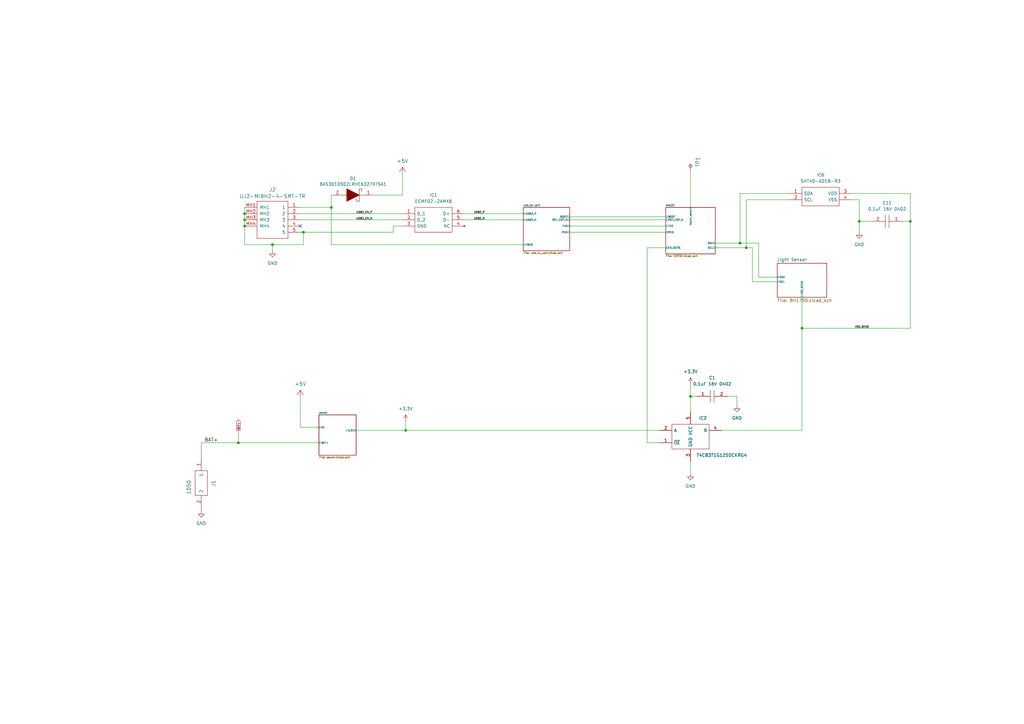
<source format=kicad_sch>
(kicad_sch (version 20211123) (generator eeschema)
  (paper "A3")
  (title_block (title "main") (date "2021-11-15") (rev "v2.0"))
  (lib_symbols
    (symbol "esp32_moisture-eagle-import:+5V" (power) (pin_names (offset 1.016))
      (property "Value" "+5V" (at -2.54 -5.08 90))
      (symbol "+5V_1_0"
        (polyline (pts (xy 0 0) (xy -1.27 -1.905)))
        (polyline (pts (xy 1.27 -1.905) (xy 0 0)))
        (pin power_in line (at 0 -2.54 90) (length 2.54) (name "+5V") (number "1"))
      )
    )
    (symbol "esp32_moisture-eagle-import:1050" (pin_names (offset 1.016))
      (property "Reference" "J" (at 16.51 7.62 0))
      (property "Value" "1050" (at 16.51 5.08 0))
      (symbol "1050_1_0"
        (polyline (pts (xy 5.08 2.54) (xy 5.08 -2.54)))
        (polyline (pts (xy 5.08 2.54) (xy 15.24 2.54)))
        (polyline (pts (xy 15.24 -2.54) (xy 5.08 -2.54)))
        (polyline (pts (xy 15.24 -2.54) (xy 15.24 2.54)))
        (pin bidirectional line (at 0 0 0) (length 5.08) (name "1") (number "1"))
        (pin bidirectional line (at 20.32 0 180) (length 5.08) (name "2") (number "2"))
      )
    )
    (symbol "esp32_moisture-eagle-import:FRAME_B_L" (pin_names (offset 1.016))
      (symbol "FRAME_B_L_2_0"
        (polyline (pts (xy 0 0) (xy 0 5.08)))
        (polyline (pts (xy 0 0) (xy 71.12 0)))
        (polyline (pts (xy 0 5.08) (xy 0 15.24)))
        (polyline (pts (xy 0 5.08) (xy 71.12 5.08)))
        (polyline (pts (xy 0 15.24) (xy 0 22.86)))
        (polyline (pts (xy 0 22.86) (xy 0 35.56)))
        (polyline (pts (xy 0 22.86) (xy 101.6 22.86)))
        (polyline (pts (xy 71.12 0) (xy 101.6 0)))
        (polyline (pts (xy 71.12 5.08) (xy 71.12 0)))
        (polyline (pts (xy 71.12 5.08) (xy 87.63 5.08)))
        (polyline (pts (xy 87.63 5.08) (xy 101.6 5.08)))
        (polyline (pts (xy 87.63 15.24) (xy 0 15.24)))
        (polyline (pts (xy 87.63 15.24) (xy 87.63 5.08)))
        (polyline (pts (xy 101.6 5.08) (xy 101.6 0)))
        (polyline (pts (xy 101.6 15.24) (xy 87.63 15.24)))
        (polyline (pts (xy 101.6 15.24) (xy 101.6 5.08)))
        (polyline (pts (xy 101.6 22.86) (xy 101.6 15.24)))
        (polyline (pts (xy 101.6 35.56) (xy 0 35.56)))
        (polyline (pts (xy 101.6 35.56) (xy 101.6 22.86)))
        (text ">DRAWING_NAME" (at 17.78 19.05 0) (effects (font (size 2.159 2.159)) (justify left bottom)))
        (text ">LAST_DATE_TIME" (at 12.7 1.27 0) (effects (font (size 2.159 2.159)) (justify left bottom)))
        (text ">SHEET" (at 86.36 1.27 0) (effects (font (size 2.159 2.159)) (justify left bottom)))
        (text "Date:" (at 1.27 1.27 0) (effects (font (size 2.159 2.159)) (justify left bottom)))
        (text "Document Number:" (at 1.27 11.43 0) (effects (font (size 2.159 2.159)) (justify left bottom)))
        (text "REV:" (at 88.9 11.43 0) (effects (font (size 2.159 2.159)) (justify left bottom)))
        (text "Sheet:" (at 72.39 1.27 0) (effects (font (size 2.159 2.159)) (justify left bottom)))
        (text "TITLE:" (at 1.27 19.05 0) (effects (font (size 2.159 2.159)) (justify left bottom)))
      )
    )
    (symbol "esp32_moisture-eagle-import:TPTP15R" (pin_names (offset 1.016))
      (property "Reference" "TP" (at -1.27 1.27 0))
      (symbol "TPTP15R_1_0"
        (polyline (pts (xy -0.762 -0.762) (xy 0 0)))
        (polyline (pts (xy 0 -1.524) (xy -0.762 -0.762)))
        (polyline (pts (xy 0 0) (xy 0.762 -0.762)))
        (polyline (pts (xy 0.762 -0.762) (xy 0 -1.524)))
        (pin input line (at 0 -2.54 90) (length 2.54) (name "TP") (number "TP"))
      )
    )
    (symbol "esp32_moisture-eagle-import:UJ2-MIBH2-4-SMT-TR" (pin_names (offset 1.016))
      (property "Reference" "J" (at 19.05 7.62 0))
      (property "Value" "UJ2-MIBH2-4-SMT-TR" (at 19.05 5.08 0))
      (symbol "UJ2-MIBH2-4-SMT-TR_1_0"
        (polyline (pts (xy 5.08 2.54) (xy 5.08 -12.7)))
        (polyline (pts (xy 5.08 2.54) (xy 17.78 2.54)))
        (polyline (pts (xy 17.78 -12.7) (xy 5.08 -12.7)))
        (polyline (pts (xy 17.78 -12.7) (xy 17.78 2.54)))
        (pin bidirectional line (at 0 0 0) (length 5.08) (name "1") (number "1"))
        (pin bidirectional line (at 0 -2.54 0) (length 5.08) (name "2") (number "2"))
        (pin bidirectional line (at 0 -5.08 0) (length 5.08) (name "3") (number "3"))
        (pin bidirectional line (at 0 -7.62 0) (length 5.08) (name "4") (number "4"))
        (pin bidirectional line (at 0 -10.16 0) (length 5.08) (name "5") (number "5"))
        (pin bidirectional line (at 22.86 0 180) (length 5.08) (name "MH1") (number "MH1"))
        (pin bidirectional line (at 22.86 -2.54 180) (length 5.08) (name "MH2") (number "MH2"))
        (pin bidirectional line (at 22.86 -5.08 180) (length 5.08) (name "MH3") (number "MH3"))
        (pin bidirectional line (at 22.86 -7.62 180) (length 5.08) (name "MH4") (number "MH4"))
      )
    )
    (symbol "global_Library:BAS3010S02LRHE6327XTSA1" (pin_names (offset 0.762))
      (property "Reference" "D" (at 12.7 8.89 0))
      (property "Value" "global_Library_BAS3010S02LRHE6327XTSA1" (at 12.7 6.35 0))
      (symbol "BAS3010S02LRHE6327XTSA1_0_0"
        (pin passive line (at 2.54 0 0) (length 2.54) (name "~") (number "1"))
        (pin passive line (at 17.78 0 180) (length 2.54) (name "~") (number "2"))
      )
      (symbol "BAS3010S02LRHE6327XTSA1_0_1"
        (polyline (pts (xy 5.08 0) (xy 7.62 0)) (stroke (width 0.1524)))
        (polyline (pts (xy 7.62 2.54) (xy 7.62 -2.54)) (stroke (width 0.1524)))
        (polyline (pts (xy 12.7 0) (xy 15.24 0)) (stroke (width 0.1524)))
        (polyline (pts (xy 7.62 -2.54) (xy 6.604 -2.54) (xy 6.604 -1.524)) (stroke (width 0.1524)))
        (polyline (pts (xy 7.62 2.54) (xy 8.636 2.54) (xy 8.636 1.524)) (stroke (width 0.1524)))
        (polyline (pts (xy 7.62 0) (xy 12.7 2.54) (xy 12.7 -2.54) (xy 7.62 0)) (stroke (width 0.254)) (fill (type outline)))
      )
    )
    (symbol "my_bus_switch:74CB3T1G125DCKRG4" (pin_names (offset 0.762))
      (property "Reference" "IC" (at 21.59 7.62 0))
      (property "Value" "74CB3T1G125DCKRG4" (at 21.59 5.08 0))
      (symbol "74CB3T1G125DCKRG4_0_0"
        (pin passive line (at 0 -5.08 0) (length 5.08) (name "~{OE}") (number "1"))
        (pin passive line (at 0 0 0) (length 5.08) (name "A") (number "2"))
        (pin passive line (at 12.7 -12.7 90) (length 5.08) (name "GND") (number "3"))
        (pin passive line (at 25.4 0 180) (length 5.08) (name "B") (number "4"))
        (pin passive line (at 12.7 7.62 270) (length 5.08) (name "VCC") (number "5"))
      )
      (symbol "74CB3T1G125DCKRG4_0_1"
        (polyline (pts (xy 5.08 2.54) (xy 20.32 2.54) (xy 20.32 -7.62) (xy 5.08 -7.62) (xy 5.08 2.54)) (stroke (width 0.1524)))
      )
    )
    (symbol "my_cap:0.1uF 16V 0402" (pin_names (offset 0.762))
      (property "Reference" "C" (at 8.89 6.35 0))
      (property "Value" "0.1uF 16V 0402" (at 8.89 3.81 0))
      (symbol "0.1uF 16V 0402_0_0"
        (pin passive line (at 0 0 0) (length 5.08) (name "~") (number "1"))
        (pin passive line (at 12.7 0 180) (length 5.08) (name "~") (number "2"))
      )
      (symbol "0.1uF 16V 0402_0_1"
        (polyline (pts (xy 5.08 0) (xy 5.588 0)) (stroke (width 0.1524)))
        (polyline (pts (xy 5.588 2.54) (xy 5.588 -2.54)) (stroke (width 0.1524)))
        (polyline (pts (xy 7.112 0) (xy 7.62 0)) (stroke (width 0.1524)))
        (polyline (pts (xy 7.112 2.54) (xy 7.112 -2.54)) (stroke (width 0.1524)))
      )
    )
    (symbol "my_filter:ECMF02-2AMX6" (pin_names (offset 0.762))
      (property "Reference" "IC" (at 21.59 7.62 0))
      (property "Value" "ECMF02-2AMX6" (at 21.59 5.08 0))
      (symbol "ECMF02-2AMX6_0_0"
        (pin passive line (at 0 0 0) (length 5.08) (name "D_1") (number "1"))
        (pin passive line (at 0 -2.54 0) (length 5.08) (name "D_2") (number "2"))
        (pin passive line (at 0 -5.08 0) (length 5.08) (name "GND") (number "3"))
        (pin no_connect line (at 25.4 -5.08 180) (length 5.08) (name "NC") (number "4"))
        (pin passive line (at 25.4 -2.54 180) (length 5.08) (name "D-") (number "5"))
        (pin passive line (at 25.4 0 180) (length 5.08) (name "D+") (number "6"))
      )
      (symbol "ECMF02-2AMX6_0_1"
        (polyline (pts (xy 5.08 2.54) (xy 20.32 2.54) (xy 20.32 -7.62) (xy 5.08 -7.62) (xy 5.08 2.54)) (stroke (width 0.1524)))
      )
    )
    (symbol "my_sens:SHT40-AD1B-R3" (pin_names (offset 0.762))
      (property "Reference" "IC" (at 21.59 7.62 0))
      (property "Value" "SHT40-AD1B-R3" (at 21.59 5.08 0))
      (symbol "SHT40-AD1B-R3_0_0"
        (pin passive line (at 0 0 0) (length 5.08) (name "SDA") (number "1"))
        (pin passive line (at 0 -2.54 0) (length 5.08) (name "SCL") (number "2"))
        (pin passive line (at 25.4 0 180) (length 5.08) (name "VDD") (number "3"))
        (pin passive line (at 25.4 -2.54 180) (length 5.08) (name "VSS") (number "4"))
      )
      (symbol "SHT40-AD1B-R3_0_1"
        (polyline (pts (xy 5.08 2.54) (xy 20.32 2.54) (xy 20.32 -5.08) (xy 5.08 -5.08) (xy 5.08 2.54)) (stroke (width 0.1524)))
      )
    )
    (symbol "power:+3.3V" (power) (pin_names (offset 0))
      (property "Value" "+3.3V" (at 0 3.556 0))
      (symbol "+3.3V_0_1"
        (polyline (pts (xy -0.762 1.27) (xy 0 2.54)))
        (polyline (pts (xy 0 0) (xy 0 2.54)))
        (polyline (pts (xy 0 2.54) (xy 0.762 1.27)))
      )
      (symbol "+3.3V_1_1"
        (pin power_in line (at 0 0 90) (length 0) hide (name "+3.3V") (number "1"))
      )
    )
    (symbol "power:GND" (power) (pin_names (offset 0))
      (property "Value" "GND" (at 0 -3.81 0))
      (symbol "GND_0_1"
        (polyline (pts (xy 0 0) (xy 0 -1.27) (xy 1.27 -1.27) (xy 0 -2.54) (xy -1.27 -1.27) (xy 0 -1.27)))
      )
      (symbol "GND_1_1"
        (pin power_in line (at 0 0 270) (length 0) hide (name "GND") (number "1"))
      )
    )
  )
  (junction (at 306.07 101.6))
  (junction (at 373.38 90.805))
  (junction (at 97.79 181.61))
  (junction (at 100.33 90.17))
  (junction (at 124.46 95.25))
  (junction (at 166.37 176.53))
  (junction (at 283.21 162.56))
  (junction (at 100.33 87.63))
  (junction (at 328.93 134.62))
  (junction (at 100.33 92.71))
  (junction (at 135.89 85.09))
  (junction (at 352.425 90.805))
  (junction (at 111.76 100.33))
  (junction (at 303.53 99.695))
  (no_connect (at 123.19 92.71))
  (wire (pts (xy 135.89 80.01) (xy 137.16 80.01)))
  (wire (pts (xy 166.37 176.53) (xy 270.51 176.53)))
  (wire (pts (xy 161.29 92.71) (xy 165.1 92.71)))
  (wire (pts (xy 352.425 90.805) (xy 352.425 81.915)))
  (wire (pts (xy 328.93 134.62) (xy 328.93 176.53)))
  (wire (pts (xy 283.21 162.56) (xy 283.21 168.91)))
  (wire (pts (xy 295.91 176.53) (xy 328.93 176.53)))
  (wire (pts (xy 111.76 100.33) (xy 111.76 102.87)))
  (wire (pts (xy 124.46 95.25) (xy 124.46 100.33)))
  (wire (pts (xy 82.55 208.28) (xy 82.55 209.55)))
  (wire (pts (xy 100.33 87.63) (xy 100.33 85.09)))
  (wire (pts (xy 311.15 113.665) (xy 318.77 113.665)))
  (wire (pts (xy 352.425 90.805) (xy 352.425 95.25)))
  (wire (pts (xy 373.38 90.805) (xy 373.38 79.375)))
  (wire (pts (xy 100.33 100.33) (xy 100.33 92.71)))
  (wire (pts (xy 283.21 162.56) (xy 285.75 162.56)))
  (wire (pts (xy 124.46 95.25) (xy 161.29 95.25)))
  (wire (pts (xy 349.25 81.915) (xy 352.425 81.915)))
  (wire (pts (xy 303.53 79.375) (xy 323.85 79.375)))
  (wire (pts (xy 349.25 79.375) (xy 373.38 79.375)))
  (wire (pts (xy 97.79 181.61) (xy 130.81 181.61)))
  (wire (pts (xy 265.43 101.6) (xy 273.05 101.6)))
  (wire (pts (xy 283.21 157.48) (xy 283.21 162.56)))
  (wire (pts (xy 306.07 101.6) (xy 308.61 101.6)))
  (wire (pts (xy 357.505 90.805) (xy 352.425 90.805)))
  (wire (pts (xy 303.53 99.695) (xy 293.37 99.695)))
  (wire (pts (xy 135.89 85.09) (xy 135.89 100.33)))
  (wire (pts (xy 123.19 85.09) (xy 135.89 85.09)))
  (wire (pts (xy 311.15 99.695) (xy 303.53 99.695)))
  (wire (pts (xy 311.15 113.665) (xy 311.15 99.695)))
  (wire (pts (xy 293.37 101.6) (xy 306.07 101.6)))
  (wire (pts (xy 111.76 100.33) (xy 100.33 100.33)))
  (wire (pts (xy 233.68 90.17) (xy 273.05 90.17)))
  (wire (pts (xy 123.19 87.63) (xy 165.1 87.63)))
  (wire (pts (xy 190.5 90.17) (xy 214.63 90.17)))
  (wire (pts (xy 146.05 176.53) (xy 166.37 176.53)))
  (wire (pts (xy 161.29 95.25) (xy 161.29 92.71)))
  (wire (pts (xy 82.55 181.61) (xy 97.79 181.61)))
  (wire (pts (xy 152.4 80.01) (xy 165.1 80.01)))
  (wire (pts (xy 308.61 101.6) (xy 308.61 115.57)))
  (wire (pts (xy 165.1 80.01) (xy 165.1 71.12)))
  (wire (pts (xy 323.85 81.915) (xy 306.07 81.915)))
  (wire (pts (xy 233.68 88.9) (xy 273.05 88.9)))
  (wire (pts (xy 100.33 92.71) (xy 100.33 90.17)))
  (wire (pts (xy 123.19 175.26) (xy 130.81 175.26)))
  (wire (pts (xy 123.19 90.17) (xy 165.1 90.17)))
  (wire (pts (xy 135.89 85.09) (xy 135.89 80.01)))
  (wire (pts (xy 328.93 134.62) (xy 328.93 121.92)))
  (wire (pts (xy 233.68 95.25) (xy 273.05 95.25)))
  (wire (pts (xy 124.46 100.33) (xy 111.76 100.33)))
  (wire (pts (xy 100.33 90.17) (xy 100.33 87.63)))
  (wire (pts (xy 303.53 79.375) (xy 303.53 99.695)))
  (wire (pts (xy 82.55 181.61) (xy 82.55 187.96)))
  (wire (pts (xy 298.45 162.56) (xy 302.26 162.56)))
  (wire (pts (xy 233.68 92.71) (xy 273.05 92.71)))
  (wire (pts (xy 302.26 162.56) (xy 302.26 166.37)))
  (wire (pts (xy 123.19 95.25) (xy 124.46 95.25)))
  (wire (pts (xy 97.79 176.53) (xy 97.79 181.61)))
  (wire (pts (xy 308.61 115.57) (xy 318.77 115.57)))
  (wire (pts (xy 166.37 176.53) (xy 166.37 172.72)))
  (wire (pts (xy 190.5 87.63) (xy 214.63 87.63)))
  (wire (pts (xy 283.21 85.09) (xy 283.21 69.85)))
  (wire (pts (xy 123.19 162.56) (xy 123.19 175.26)))
  (wire (pts (xy 328.93 134.62) (xy 373.38 134.62)))
  (wire (pts (xy 370.205 90.805) (xy 373.38 90.805)))
  (wire (pts (xy 283.21 189.23) (xy 283.21 194.31)))
  (wire (pts (xy 306.07 81.915) (xy 306.07 101.6)))
  (wire (pts (xy 135.89 100.33) (xy 214.63 100.33)))
  (wire (pts (xy 373.38 134.62) (xy 373.38 90.805)))
  (wire (pts (xy 265.43 101.6) (xy 265.43 181.61)))
  (wire (pts (xy 265.43 181.61) (xy 270.51 181.61)))
  (label "USB2_CN_P" (at 146.05 87.63 0) (effects (font (size 0.762 0.762))))
  (label "USB2_P" (at 194.31 87.63 0) (effects (font (size 0.762 0.762))))
  (label "BAT+" (at 83.82 181.61 0) (effects (font (size 1.4224 1.4224))))
  (label "VDD_SENS" (at 350.52 134.62 0) (effects (font (size 0.762 0.762))))
  (label "USB2_CN_N" (at 146.05 90.17 0) (effects (font (size 0.762 0.762))))
  (label "USB2_N" (at 194.31 90.17 0) (effects (font (size 0.762 0.762))))
  (global_label "BAT+" (shape output) (at 97.79 176.53 90) (effects (font (size 0.762 0.762))) (property "Intersheet References" "${INTERSHEET_REFS}" (effects hide)))
  (symbol (lib_id "esp32_moisture-eagle-import:UJ2-MIBH2-4-SMT-TR") (at 123.19 85.09 0) (mirror y) (unit 1)
    (property "Reference" "J2" (at 111.76 77.8256 0) (effects (font (size 1.4986 1.4986))))
    (property "Value" "UJ2-MIBH2-4-SMT-TR" (at 111.76 80.4926 0) (effects (font (size 1.4986 1.4986))))
    (property "Footprint" "esp32_moisture:UJ2MIBH24SMTTR" (effects hide))
  )
  (symbol (lib_id "esp32_moisture-eagle-import:FRAME_B_L") (at 88.9 113.03 0) (unit 1)
    (property "Reference" "#FRAME1" (effects hide))
    (property "Value" "FRAME_B_L" (effects hide))
  )
  (symbol (lib_id "esp32_moisture-eagle-import:1050") (at 82.55 187.96 270) (unit 1)
    (property "Reference" "J1" (at 87.63 196.85 0) (effects (font (size 1.4986 1.4986)) (justify left)))
    (property "Value" "1050" (at 77.47 196.85 0) (effects (font (size 1.4986 1.4986)) (justify left)))
    (property "Footprint" "esp32_moisture:1050" (effects hide))
  )
  (symbol (lib_id "global_Library:BAS3010S02LRHE6327XTSA1") (at 154.94 80.01 180) (unit 1)
    (property "Reference" "D1" (at 144.78 73.2282 0))
    (property "Value" "BAS3010S02LRHE6327XTSA1" (at 144.78 75.5396 0))
    (property "Footprint" "BAS3010S02LRHE6327XTSA1" (effects hide))
    (property "Datasheet" "https://componentsearchengine.com/Datasheets/2/BAS3010S02LRHE6327XTSA1.pdf" (effects hide))
    (property "Description" "Schottky Diodes & Rectifiers Lw VF Schottky Diode" (effects hide))
    (property "Height" "0.4" (effects hide))
    (property "Manufacturer_Name" "Infineon" (effects hide))
    (property "Manufacturer_Part_Number" "BAS3010S02LRHE6327XTSA1" (effects hide))
    (property "Mouser Part Number" "726-3010S02LRHXTSA1" (effects hide))
    (property "Mouser Price/Stock" "https://www.mouser.co.uk/ProductDetail/Infineon-Technologies/BAS3010S02LRHE6327XTSA1?qs=K00xGehIljugyKIwqYK2hw%3D%3D" (effects hide))
    (property "Arrow Part Number" "BAS3010S02LRHE6327XTSA1" (effects hide))
    (property "Arrow Price/Stock" "https://www.arrow.com/en/products/bas3010s02lrhe6327xtsa1/infineon-technologies-ag?region=nac" (effects hide))
  )
  (symbol (lib_id "esp32_moisture-eagle-import:TPTP15R") (at 283.21 67.31 0) (unit 1)
    (property "Reference" "TP1" (at 287.02 68.58 90) (effects (font (size 1.4986 1.4986)) (justify left bottom)))
    (property "Value" "TPTP15R" (effects hide))
    (property "Footprint" "esp32_moisture:TP15R" (effects hide))
  )
  (symbol (lib_id "power:+3.3V") (at 283.21 157.48 0) (unit 1)
    (property "Reference" "#PWR04" (effects hide))
    (property "Value" "+3.3V" (at 283.21 152.4 0))
  )
  (symbol (lib_id "my_cap:0.1uF 16V 0402") (at 370.205 90.805 180) (unit 1)
    (property "Reference" "C11" (at 363.855 83.185 0))
    (property "Value" "0.1uF 16V 0402" (at 363.855 85.725 0))
    (property "Footprint" "C_0402_1005Metric" (effects hide))
    (property "Datasheet" "https://datasheet.datasheetarchive.com/originals/distributors/Datasheets_SAMA/ec4f1577dddcc7a13ddad897a28002d3.pdf" (effects hide))
    (property "Description" "Ceramic  SMT capacitor 100nF 16Vdc Murata 0402 GRM 100nF Ceramic Multilayer Capacitor, 16 V dc X7R Dielectric ??10%" (effects hide))
    (property "Height" "0.55" (effects hide))
    (property "Manufacturer_Name" "Murata Electronics" (effects hide))
    (property "Manufacturer_Part_Number" "GRM155R71C104KA88D" (effects hide))
    (property "Mouser Part Number" "N/A" (effects hide))
    (property "Arrow Part Number" "GRM155R71C104KA88D" (effects hide))
    (property "Arrow Price/Stock" "https://www.arrow.com/en/products/grm155r71c104ka88d/murata-manufacturing?region=nac" (effects hide))
  )
  (symbol (lib_id "power:GND") (at 302.26 166.37 0) (unit 1)
    (property "Reference" "#PWR06" (effects hide))
    (property "Value" "GND" (at 302.26 171.45 0))
  )
  (symbol (lib_id "power:+3.3V") (at 166.37 172.72 0) (unit 1)
    (property "Reference" "#PWR03" (effects hide))
    (property "Value" "+3.3V" (at 166.37 167.64 0))
  )
  (symbol (lib_id "esp32_moisture-eagle-import:+5V") (at 165.1 68.58 0) (unit 1)
    (property "Reference" "#P+02" (effects hide))
    (property "Value" "+5V" (at 165.1 66.04 0) (effects (font (size 1.4986 1.4986))))
  )
  (symbol (lib_id "my_cap:0.1uF 16V 0402") (at 285.75 162.56 0) (unit 1)
    (property "Reference" "C1" (at 292.1 154.94 0))
    (property "Value" "0.1uF 16V 0402" (at 292.1 157.48 0))
    (property "Footprint" "C_0402_1005Metric" (effects hide))
    (property "Datasheet" "https://datasheet.datasheetarchive.com/originals/distributors/Datasheets_SAMA/ec4f1577dddcc7a13ddad897a28002d3.pdf" (effects hide))
    (property "Description" "Ceramic  SMT capacitor 100nF 16Vdc Murata 0402 GRM 100nF Ceramic Multilayer Capacitor, 16 V dc X7R Dielectric ??10%" (effects hide))
    (property "Height" "0.55" (effects hide))
    (property "Manufacturer_Name" "Murata Electronics" (effects hide))
    (property "Manufacturer_Part_Number" "GRM155R71C104KA88D" (effects hide))
    (property "Mouser Part Number" "N/A" (effects hide))
    (property "Arrow Part Number" "GRM155R71C104KA88D" (effects hide))
    (property "Arrow Price/Stock" "https://www.arrow.com/en/products/grm155r71c104ka88d/murata-manufacturing?region=nac" (effects hide))
  )
  (symbol (lib_id "my_sens:SHT40-AD1B-R3") (at 323.85 79.375 0) (unit 1)
    (property "Reference" "IC6" (at 336.55 71.755 0))
    (property "Value" "SHT40-AD1B-R3" (at 336.55 74.295 0))
    (property "Footprint" "SHT40AD1BR3" (effects hide))
    (property "Datasheet" "https://www.arrow.com/en/products/sht40-ad1b-r3/sensirion-ag" (effects hide))
    (property "Description" "Humidity/Temperature Sensor Digital Serial (I2C) T/R" (effects hide))
    (property "Height" "0.59" (effects hide))
    (property "Manufacturer_Name" "Sensirion" (effects hide))
    (property "Manufacturer_Part_Number" "SHT40-AD1B-R3" (effects hide))
    (property "Mouser Part Number" "403-SHT40-AD1B-R3" (effects hide))
    (property "Mouser Price/Stock" "https://www.mouser.co.uk/ProductDetail/Sensirion/SHT40-AD1B-R3?qs=zW32dvEIR3sa7U6cFW6pBw%3D%3D" (effects hide))
    (property "Arrow Part Number" "SHT40-AD1B-R3" (effects hide))
    (property "Arrow Price/Stock" "https://www.arrow.com/en/products/sht40-ad1b-r3/sensirion-ag?region=nac" (effects hide))
  )
  (symbol (lib_id "my_bus_switch:74CB3T1G125DCKRG4") (at 270.51 176.53 0) (unit 1)
    (property "Reference" "IC2" (at 288.29 171.45 0))
    (property "Value" "74CB3T1G125DCKRG4" (at 295.91 186.69 0))
    (property "Footprint" "SOT65P210X110-5N" (effects hide))
    (property "Datasheet" "http://www.ti.com/general/docs/suppproductinfo.tsp?distId=10&gotoUrl=http%3A%2F%2Fwww.ti.com%2Flit%2Fgpn%2Fsn74cb3t1g125" (effects hide))
    (property "Description" "Digital Bus Switch ICs Single FET 2.5V/3.3V Lo-Vltg Bus Sw" (effects hide))
    (property "Height" "1.1" (effects hide))
    (property "Manufacturer_Name" "Texas Instruments" (effects hide))
    (property "Manufacturer_Part_Number" "74CB3T1G125DCKRG4" (effects hide))
    (property "Mouser Part Number" "595-CB3T1G125DCKRG4" (effects hide))
    (property "Mouser Price/Stock" "https://www.mouser.co.uk/ProductDetail/Texas-Instruments/74CB3T1G125DCKRG4?qs=iSMark9AYDU2ZzzPS5pVqA%3D%3D" (effects hide))
    (property "Arrow Part Number" "74CB3T1G125DCKRG4" (effects hide))
    (property "Arrow Price/Stock" "https://www.arrow.com/en/products/74cb3t1g125dckrg4/texas-instruments?region=nac" (effects hide))
  )
  (symbol (lib_id "power:GND") (at 283.21 194.31 0) (unit 1)
    (property "Reference" "#PWR05" (effects hide))
    (property "Value" "GND" (at 283.21 199.39 0))
  )
  (symbol (lib_id "power:GND") (at 352.425 95.25 0) (unit 1)
    (property "Reference" "#PWR023" (effects hide))
    (property "Value" "GND" (at 352.425 100.33 0))
  )
  (symbol (lib_id "my_filter:ECMF02-2AMX6") (at 165.1 87.63 0) (unit 1)
    (property "Reference" "IC1" (at 177.8 80.01 0))
    (property "Value" "ECMF02-2AMX6" (at 177.8 82.55 0))
    (property "Footprint" "SON50P150X170X55-6N-D" (effects hide))
    (property "Datasheet" "http://www.st.com/content/ccc/resource/technical/document/datasheet/3a/28/cf/d0/31/63/48/8c/CD00282307.pdf/files/CD00282307.pdf/jcr:content/translations/en.CD00282307.pdf" (effects hide))
    (property "Description" "Common Mode Filter & ESD Prot. USB uQFN6 STMicroelectronics ECMF02 Series, Signal Filter, 200mA uQFN SMD, Flat Contact Termination, 1.8 x 1.6 x 0.5mm" (effects hide))
    (property "Height" "0.55" (effects hide))
    (property "Manufacturer_Name" "STMicroelectronics" (effects hide))
    (property "Manufacturer_Part_Number" "ECMF02-2AMX6" (effects hide))
    (property "Mouser Part Number" "511-ECMF02-2AMX6" (effects hide))
    (property "Mouser Price/Stock" "https://www.mouser.co.uk/ProductDetail/STMicroelectronics/ECMF02-2AMX6?qs=raAh8RbVwI65u5gmT42%2Flg%3D%3D" (effects hide))
    (property "Arrow Part Number" "ECMF02-2AMX6" (effects hide))
    (property "Arrow Price/Stock" "https://www.arrow.com/en/products/ecmf02-2amx6/stmicroelectronics?region=nac" (effects hide))
  )
  (symbol (lib_id "power:GND") (at 111.76 102.87 0) (unit 1)
    (property "Reference" "#PWR02" (effects hide))
    (property "Value" "GND" (at 111.76 107.95 0))
  )
  (symbol (lib_id "esp32_moisture-eagle-import:+5V") (at 123.19 160.02 0) (unit 1)
    (property "Reference" "#P+01" (effects hide))
    (property "Value" "+5V" (at 123.19 157.48 0) (effects (font (size 1.4986 1.4986))))
  )
  (symbol (lib_id "power:GND") (at 82.55 209.55 0) (unit 1)
    (property "Reference" "#PWR01" (effects hide))
    (property "Value" "GND" (at 82.55 214.63 0))
  )
  (sheet (at 273.05 85.09) (size 20.32 19.05)
    (property "Sheet name" "esp32" (at 273.05 84.6197 0) (effects (font (size 0.7874 0.7874)) (justify left bottom)))
    (property "Sheet file" "ESP32.kicad_sch" (at 273.05 104.5316 0) (effects (font (size 0.7874 0.7874)) (justify left top)))
    (pin "TXD" input (at 273.05 92.71 180) (effects (font (size 0.762 0.762))))
    (pin "RXD" output (at 273.05 95.25 180) (effects (font (size 0.762 0.762))))
    (pin "touch_sens" input (at 283.21 85.09 90) (effects (font (size 0.762 0.762))))
    (pin "SCL" output (at 293.37 101.6 0) (effects (font (size 0.762 0.762))))
    (pin "SDA" bidirectional (at 293.37 99.695 0) (effects (font (size 0.762 0.762))))
    (pin "EN_SENS" output (at 273.05 101.6 180) (effects (font (size 0.762 0.762))))
    (pin "RST_ESP_N" input (at 273.05 90.17 180) (effects (font (size 0.762 0.762))))
    (pin "BOOT" input (at 273.05 88.9 180) (effects (font (size 0.762 0.762))))
  )
  (sheet (at 130.81 170.18) (size 15.24 16.51)
    (property "Sheet name" "power" (at 130.81 169.7097 0) (effects (font (size 0.7874 0.7874)) (justify left bottom)))
    (property "Sheet file" "power.kicad_sch" (at 130.81 187.0816 0) (effects (font (size 0.7874 0.7874)) (justify left top)))
    (pin "BAT+" input (at 130.81 181.61 180) (effects (font (size 0.762 0.762))))
    (pin "5V" input (at 130.81 175.26 180) (effects (font (size 0.762 0.762))))
    (pin "+3.3V" output (at 146.05 176.53 0) (effects (font (size 0.762 0.762))))
  )
  (sheet (at 214.63 85.09) (size 19.05 17.78)
    (property "Sheet name" "usb_to uart" (at 214.63 84.6197 0) (effects (font (size 0.7874 0.7874)) (justify left bottom)))
    (property "Sheet file" "usb_tu_uart.kicad_sch" (at 214.63 103.2616 0) (effects (font (size 0.7874 0.7874)) (justify left top)))
    (pin "VBUS" input (at 214.63 100.33 180) (effects (font (size 0.762 0.762))))
    (pin "USB2_N" bidirectional (at 214.63 90.17 180) (effects (font (size 0.762 0.762))))
    (pin "USB2_P" bidirectional (at 214.63 87.63 180) (effects (font (size 0.762 0.762))))
    (pin "TXD" output (at 233.68 92.71 0) (effects (font (size 0.762 0.762))))
    (pin "RXD" input (at 233.68 95.25 0) (effects (font (size 0.762 0.762))))
    (pin "BOOT" output (at 233.68 88.9 0) (effects (font (size 0.762 0.762))))
    (pin "RST_ESP_N" output (at 233.68 90.17 0) (effects (font (size 0.762 0.762))))
  )
  (sheet (at 318.77 107.95) (size 20.32 13.97) (stroke (width 0.1524))
    (property "Sheet name" "Light Sensor" (at 318.77 107.2384 0) (effects (justify left bottom)))
    (property "Sheet file" "BH1750.kicad_sch" (at 318.77 122.5046 0) (effects (justify left top)))
    (pin "SCL" input (at 318.77 115.57 180) (effects (font (size 0.762 0.762))))
    (pin "SDA" bidirectional (at 318.77 113.665 180) (effects (font (size 0.762 0.762))))
    (pin "VDD_SENS" input (at 328.93 121.92 270) (effects (font (size 0.762 0.762))))
  )
)
</source>
